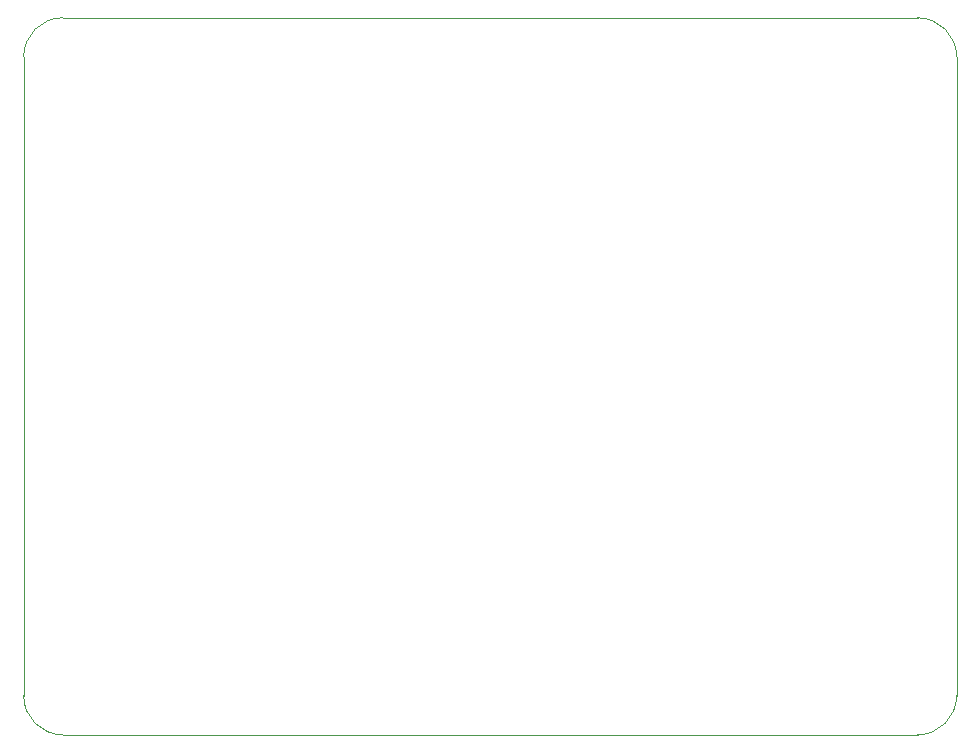
<source format=gbr>
G04 #@! TF.GenerationSoftware,KiCad,Pcbnew,(5.1.5-0-10_14)*
G04 #@! TF.CreationDate,2020-03-25T22:17:50-07:00*
G04 #@! TF.ProjectId,EOGee,454f4765-652e-46b6-9963-61645f706362,rev?*
G04 #@! TF.SameCoordinates,Original*
G04 #@! TF.FileFunction,Profile,NP*
%FSLAX46Y46*%
G04 Gerber Fmt 4.6, Leading zero omitted, Abs format (unit mm)*
G04 Created by KiCad (PCBNEW (5.1.5-0-10_14)) date 2020-03-25 22:17:50*
%MOMM*%
%LPD*%
G04 APERTURE LIST*
%ADD10C,0.050000*%
G04 APERTURE END LIST*
D10*
X147066000Y-21336000D02*
G75*
G02X150368000Y-24638000I0J-3302000D01*
G01*
X71374000Y-24638000D02*
G75*
G02X74676000Y-21336000I3302000J0D01*
G01*
X74676000Y-82042000D02*
G75*
G02X71374000Y-78740000I0J3302000D01*
G01*
X150368000Y-78740000D02*
G75*
G02X147066000Y-82042000I-3302000J0D01*
G01*
X147066000Y-21336000D02*
X74676000Y-21336000D01*
X150368000Y-78740000D02*
X150368000Y-24638000D01*
X74676000Y-82042000D02*
X147066000Y-82042000D01*
X71374000Y-24638000D02*
X71374000Y-78740000D01*
M02*

</source>
